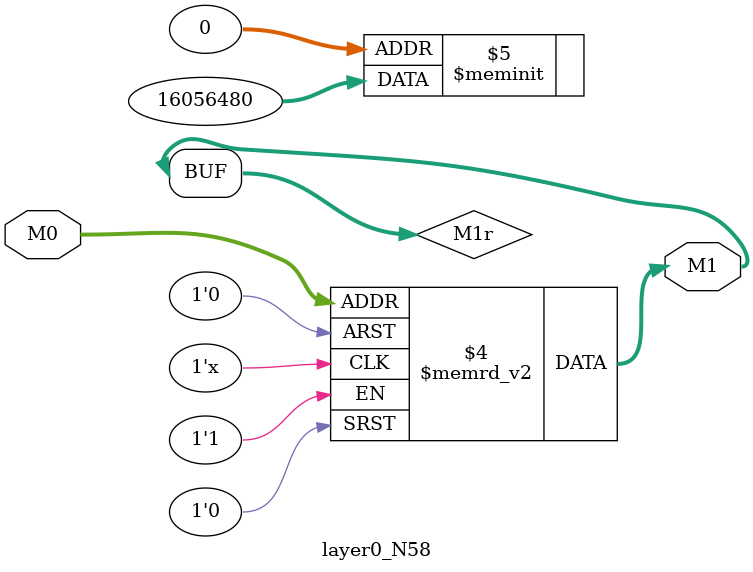
<source format=v>
module layer0_N58 ( input [3:0] M0, output [1:0] M1 );

	(*rom_style = "distributed" *) reg [1:0] M1r;
	assign M1 = M1r;
	always @ (M0) begin
		case (M0)
			4'b0000: M1r = 2'b00;
			4'b1000: M1r = 2'b01;
			4'b0100: M1r = 2'b00;
			4'b1100: M1r = 2'b00;
			4'b0010: M1r = 2'b10;
			4'b1010: M1r = 2'b11;
			4'b0110: M1r = 2'b00;
			4'b1110: M1r = 2'b00;
			4'b0001: M1r = 2'b00;
			4'b1001: M1r = 2'b01;
			4'b0101: M1r = 2'b00;
			4'b1101: M1r = 2'b00;
			4'b0011: M1r = 2'b10;
			4'b1011: M1r = 2'b11;
			4'b0111: M1r = 2'b00;
			4'b1111: M1r = 2'b00;

		endcase
	end
endmodule

</source>
